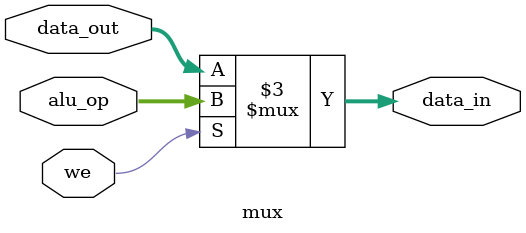
<source format=v>

module mux(
    input [15:0] alu_op,
    input [15:0] data_out,
    input we,
    output reg [15:0] data_in
    );
    always @(alu_op,data_out,we)
    begin
        if(we)
        begin
            data_in = alu_op;
        end
        else
        begin
            data_in = data_out;
        end
    end
endmodule

</source>
